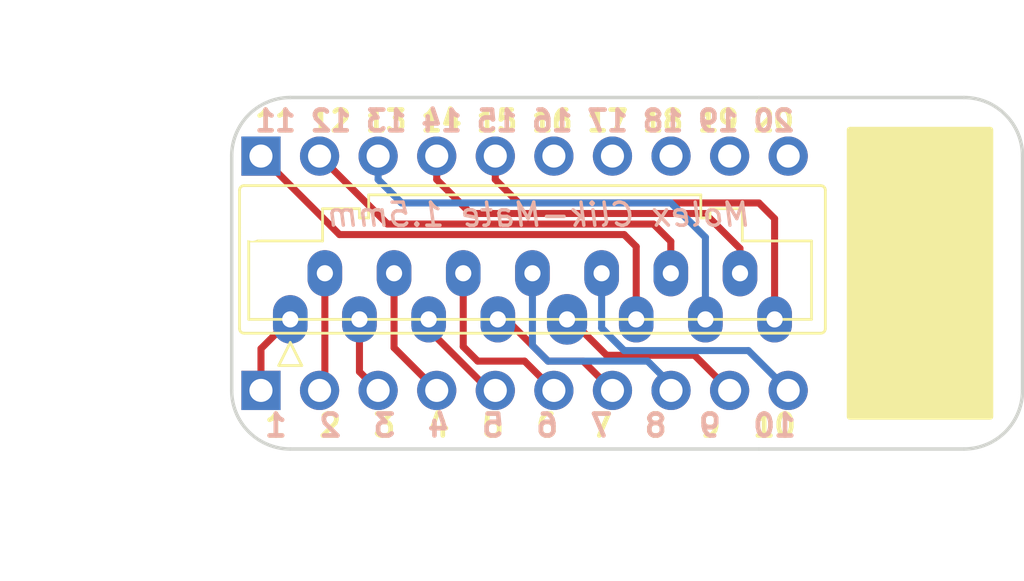
<source format=kicad_pcb>
(kicad_pcb (version 20171130) (host pcbnew "(5.1.12)-1")

  (general
    (thickness 1.6)
    (drawings 21)
    (tracks 55)
    (zones 0)
    (modules 3)
    (nets 21)
  )

  (page A4)
  (layers
    (0 F.Cu signal)
    (31 B.Cu signal)
    (32 B.Adhes user)
    (33 F.Adhes user)
    (34 B.Paste user)
    (35 F.Paste user)
    (36 B.SilkS user)
    (37 F.SilkS user)
    (38 B.Mask user)
    (39 F.Mask user)
    (40 Dwgs.User user)
    (41 Cmts.User user)
    (42 Eco1.User user)
    (43 Eco2.User user)
    (44 Edge.Cuts user)
    (45 Margin user)
    (46 B.CrtYd user)
    (47 F.CrtYd user)
    (48 B.Fab user)
    (49 F.Fab user)
  )

  (setup
    (last_trace_width 0.1524)
    (user_trace_width 0.1524)
    (user_trace_width 0.254)
    (user_trace_width 0.3048)
    (user_trace_width 0.4064)
    (trace_clearance 0.1524)
    (zone_clearance 0.508)
    (zone_45_only no)
    (trace_min 0.1524)
    (via_size 0.6858)
    (via_drill 0.3302)
    (via_min_size 0.508)
    (via_min_drill 0.254)
    (uvia_size 0.3)
    (uvia_drill 0.1)
    (uvias_allowed no)
    (uvia_min_size 0.2)
    (uvia_min_drill 0.1)
    (edge_width 0.15)
    (segment_width 0.1524)
    (pcb_text_width 0.3)
    (pcb_text_size 1.5 1.5)
    (mod_edge_width 0.25)
    (mod_text_size 1 1)
    (mod_text_width 0.15)
    (pad_size 1.524 1.524)
    (pad_drill 0.762)
    (pad_to_mask_clearance 0.0508)
    (solder_mask_min_width 0.1016)
    (aux_axis_origin 0 0)
    (visible_elements 7FFFFFFF)
    (pcbplotparams
      (layerselection 0x00030_80000001)
      (usegerberextensions false)
      (usegerberattributes true)
      (usegerberadvancedattributes true)
      (creategerberjobfile true)
      (excludeedgelayer true)
      (linewidth 0.100000)
      (plotframeref false)
      (viasonmask false)
      (mode 1)
      (useauxorigin false)
      (hpglpennumber 1)
      (hpglpenspeed 20)
      (hpglpendiameter 15.000000)
      (psnegative false)
      (psa4output false)
      (plotreference true)
      (plotvalue true)
      (plotinvisibletext false)
      (padsonsilk false)
      (subtractmaskfromsilk false)
      (outputformat 1)
      (mirror false)
      (drillshape 1)
      (scaleselection 1)
      (outputdirectory ""))
  )

  (net 0 "")
  (net 1 /A0)
  (net 2 /A1)
  (net 3 /A2)
  (net 4 /A3)
  (net 5 /D0)
  (net 6 /D1)
  (net 7 /D2)
  (net 8 /D3)
  (net 9 /D4)
  (net 10 /D5)
  (net 11 /D6)
  (net 12 /D7)
  (net 13 /D8)
  (net 14 /D9)
  (net 15 /D10)
  (net 16 /D13)
  (net 17 /D12)
  (net 18 /D11)
  (net 19 /A4)
  (net 20 /A5)

  (net_class Default "This is the default net class."
    (clearance 0.1524)
    (trace_width 0.1524)
    (via_dia 0.6858)
    (via_drill 0.3302)
    (uvia_dia 0.3)
    (uvia_drill 0.1)
    (add_net /A0)
    (add_net /A1)
    (add_net /A2)
    (add_net /A3)
    (add_net /A4)
    (add_net /A5)
    (add_net /D0)
    (add_net /D1)
    (add_net /D10)
    (add_net /D11)
    (add_net /D12)
    (add_net /D13)
    (add_net /D2)
    (add_net /D3)
    (add_net /D4)
    (add_net /D5)
    (add_net /D6)
    (add_net /D7)
    (add_net /D8)
    (add_net /D9)
  )

  (module footprints:Molex_Clik-Mate_1.5mm (layer F.Cu) (tedit 63487695) (tstamp 6348F626)
    (at 102.87 127.73)
    (descr "Molex KK-254 Interconnect System, old/engineering part number: AE-6410-15A example for new part number: 22-27-2151, 15 Pins (http://www.molex.com/pdm_docs/sd/022272021_sd.pdf), generated with kicad-footprint-generator")
    (tags "connector Molex KK-254 vertical")
    (path /63488ADB)
    (fp_text reference J1 (at 9 -4.12) (layer F.SilkS) hide
      (effects (font (size 1 1) (thickness 0.15)))
    )
    (fp_text value Conn_01x15 (at 9.5 2.5) (layer F.Fab)
      (effects (font (size 1 1) (thickness 0.15)))
    )
    (fp_line (start 0.5 2) (end 0 1) (layer F.SilkS) (width 0.12))
    (fp_line (start -0.5 2) (end 0.5 2) (layer F.SilkS) (width 0.12))
    (fp_line (start 0 1) (end -0.5 2) (layer F.SilkS) (width 0.12))
    (fp_line (start 17.8 -4.4) (end 17.8 -5.4) (layer F.SilkS) (width 0.12))
    (fp_line (start 18.2 -4.4) (end 17.8 -4.4) (layer F.SilkS) (width 0.12))
    (fp_line (start 18.2 -4.8) (end 18.2 -4.4) (layer F.SilkS) (width 0.12))
    (fp_line (start 19.6 -4.8) (end 18.2 -4.8) (layer F.SilkS) (width 0.12))
    (fp_line (start 19.6 -3.4) (end 19.6 -4.8) (layer F.SilkS) (width 0.12))
    (fp_line (start 22.6 -3.4) (end 19.6 -3.4) (layer F.SilkS) (width 0.12))
    (fp_line (start 22.6 0) (end 22.6 -3.4) (layer F.SilkS) (width 0.12))
    (fp_line (start -1.8 0) (end 22.6 0) (layer F.SilkS) (width 0.12))
    (fp_line (start 3.4 -5.4) (end 17.8 -5.4) (layer F.SilkS) (width 0.12))
    (fp_line (start 3.4 -4.4) (end 3.4 -5.4) (layer F.SilkS) (width 0.12))
    (fp_line (start 3.2 -4.4) (end 3.4 -4.4) (layer F.SilkS) (width 0.12))
    (fp_line (start 3 -4.4) (end 3.2 -4.4) (layer F.SilkS) (width 0.12))
    (fp_line (start 3 -4.8) (end 3 -4.4) (layer F.SilkS) (width 0.12))
    (fp_line (start 1.4 -4.8) (end 3 -4.8) (layer F.SilkS) (width 0.12))
    (fp_line (start 1.4 -3.4) (end 1.4 -4.8) (layer F.SilkS) (width 0.12))
    (fp_line (start -1.8 -3.4) (end 1.4 -3.4) (layer F.SilkS) (width 0.12))
    (fp_line (start -1.8 0) (end -1.8 -3.4) (layer F.SilkS) (width 0.12))
    (fp_line (start 23 -5.8) (end -2 -5.8) (layer F.SilkS) (width 0.12))
    (fp_line (start 23.2 0.4) (end 23.2 -5.6) (layer F.SilkS) (width 0.12))
    (fp_line (start -2 0.6) (end 23 0.6) (layer F.SilkS) (width 0.12))
    (fp_line (start -2.2 0.4) (end -2.2 -5.6) (layer F.SilkS) (width 0.12))
    (fp_line (start -2.2 -5.8) (end 23.2 -5.8) (layer Dwgs.User) (width 0.12))
    (fp_arc (start -2 -5.6) (end -2 -5.8) (angle -90) (layer F.SilkS) (width 0.12))
    (fp_arc (start 23 -5.6) (end 23.2 -5.6) (angle -90) (layer F.SilkS) (width 0.12))
    (fp_arc (start 23 0.4) (end 23 0.6) (angle -90) (layer F.SilkS) (width 0.12))
    (fp_arc (start -2 0.4) (end -2.2 0.4) (angle -90) (layer F.SilkS) (width 0.12))
    (fp_text user %R (at 9 -4) (layer F.Fab)
      (effects (font (size 1 1) (thickness 0.15)))
    )
    (pad "" np_thru_hole circle (at -1.65 -3.8) (size 0.8 0.8) (drill 0.8) (layers *.Cu *.Mask))
    (pad 15 thru_hole oval (at 21 0) (size 1.5 2) (drill 0.7) (layers *.Cu *.Mask)
      (net 2 /A1))
    (pad 14 thru_hole oval (at 19.5 -2) (size 1.5 2) (drill 0.7) (layers *.Cu *.Mask)
      (net 3 /A2))
    (pad 13 thru_hole oval (at 18 0) (size 1.5 2) (drill 0.7) (layers *.Cu *.Mask)
      (net 4 /A3))
    (pad 12 thru_hole oval (at 16.5 -2) (size 1.5 2) (drill 0.7) (layers *.Cu *.Mask)
      (net 19 /A4))
    (pad 11 thru_hole oval (at 15 0) (size 1.5 2) (drill 0.7) (layers *.Cu *.Mask)
      (net 20 /A5))
    (pad 10 thru_hole oval (at 13.5 -2) (size 1.5 2) (drill 0.7) (layers *.Cu *.Mask)
      (net 14 /D9))
    (pad 9 thru_hole oval (at 12 0) (size 1.74 2.19) (drill 0.7) (layers *.Cu *.Mask)
      (net 13 /D8))
    (pad 8 thru_hole oval (at 10.5 -2) (size 1.5 2) (drill 0.7) (layers *.Cu *.Mask)
      (net 12 /D7))
    (pad 7 thru_hole oval (at 9 0) (size 1.5 2) (drill 0.7) (layers *.Cu *.Mask)
      (net 11 /D6))
    (pad 6 thru_hole oval (at 7.5 -2) (size 1.5 2) (drill 0.7) (layers *.Cu *.Mask)
      (net 10 /D5))
    (pad 5 thru_hole oval (at 6 0) (size 1.5 2) (drill 0.7) (layers *.Cu *.Mask)
      (net 9 /D4))
    (pad 4 thru_hole oval (at 4.5 -2) (size 1.5 2) (drill 0.7) (layers *.Cu *.Mask)
      (net 8 /D3))
    (pad 3 thru_hole oval (at 3 0) (size 1.5 2) (drill 0.7) (layers *.Cu *.Mask)
      (net 7 /D2))
    (pad 2 thru_hole oval (at 1.5 -2) (size 1.5 2) (drill 0.7) (layers *.Cu *.Mask)
      (net 6 /D1))
    (pad 1 thru_hole oval (at 0 0) (size 1.5 2.1) (drill 0.7) (layers *.Cu *.Mask)
      (net 5 /D0))
    (model ${KISYS3DMOD}/Connector_Molex.3dshapes/Molex_KK-254_AE-6410-15A_1x15_P2.54mm_Vertical.wrl
      (at (xyz 0 0 0))
      (scale (xyz 1 1 1))
      (rotate (xyz 0 0 0))
    )
  )

  (module Connector_PinHeader_2.54mm:PinHeader_1x10_P2.54mm_Vertical (layer F.Cu) (tedit 63331346) (tstamp 6332231A)
    (at 101.6 120.65 90)
    (descr "Through hole straight pin header, 1x10, 2.54mm pitch, single row")
    (tags "Through hole pin header THT 1x10 2.54mm single row")
    (path /6333E140)
    (fp_text reference J3 (at 0 -2.33 90) (layer F.SilkS) hide
      (effects (font (size 1 1) (thickness 0.15)))
    )
    (fp_text value Conn_01x10_Male (at 0 25.19 90) (layer F.Fab)
      (effects (font (size 1 1) (thickness 0.15)))
    )
    (fp_line (start 1.8 -1.8) (end -1.8 -1.8) (layer F.CrtYd) (width 0.05))
    (fp_line (start 1.8 24.65) (end 1.8 -1.8) (layer F.CrtYd) (width 0.05))
    (fp_line (start -1.8 24.65) (end 1.8 24.65) (layer F.CrtYd) (width 0.05))
    (fp_line (start -1.8 -1.8) (end -1.8 24.65) (layer F.CrtYd) (width 0.05))
    (fp_line (start -1.27 -0.635) (end -0.635 -1.27) (layer F.Fab) (width 0.1))
    (fp_line (start -1.27 24.13) (end -1.27 -0.635) (layer F.Fab) (width 0.1))
    (fp_line (start 1.27 24.13) (end -1.27 24.13) (layer F.Fab) (width 0.1))
    (fp_line (start 1.27 -1.27) (end 1.27 24.13) (layer F.Fab) (width 0.1))
    (fp_line (start -0.635 -1.27) (end 1.27 -1.27) (layer F.Fab) (width 0.1))
    (fp_text user %R (at 0 11.43 180) (layer F.Fab)
      (effects (font (size 1 1) (thickness 0.15)))
    )
    (pad 1 thru_hole rect (at 0 0 90) (size 1.7 1.7) (drill 1) (layers *.Cu *.Mask)
      (net 20 /A5))
    (pad 2 thru_hole oval (at 0 2.54 90) (size 1.7 1.7) (drill 1) (layers *.Cu *.Mask)
      (net 19 /A4))
    (pad 3 thru_hole oval (at 0 5.08 90) (size 1.7 1.7) (drill 1) (layers *.Cu *.Mask)
      (net 4 /A3))
    (pad 4 thru_hole oval (at 0 7.62 90) (size 1.7 1.7) (drill 1) (layers *.Cu *.Mask)
      (net 3 /A2))
    (pad 5 thru_hole oval (at 0 10.16 90) (size 1.7 1.7) (drill 1) (layers *.Cu *.Mask)
      (net 2 /A1))
    (pad 6 thru_hole oval (at 0 12.7 90) (size 1.7 1.7) (drill 1) (layers *.Cu *.Mask)
      (net 1 /A0))
    (pad 7 thru_hole oval (at 0 15.24 90) (size 1.7 1.7) (drill 1) (layers *.Cu *.Mask)
      (net 15 /D10))
    (pad 8 thru_hole oval (at 0 17.78 90) (size 1.7 1.7) (drill 1) (layers *.Cu *.Mask)
      (net 18 /D11))
    (pad 9 thru_hole oval (at 0 20.32 90) (size 1.7 1.7) (drill 1) (layers *.Cu *.Mask)
      (net 17 /D12))
    (pad 10 thru_hole oval (at 0 22.86 90) (size 1.7 1.7) (drill 1) (layers *.Cu *.Mask)
      (net 16 /D13))
    (model ${KISYS3DMOD}/Connector_PinHeader_2.54mm.3dshapes/PinHeader_1x10_P2.54mm_Vertical.wrl
      (at (xyz 0 0 0))
      (scale (xyz 1 1 1))
      (rotate (xyz 0 0 0))
    )
  )

  (module Connector_PinHeader_2.54mm:PinHeader_1x10_P2.54mm_Vertical (layer F.Cu) (tedit 63331326) (tstamp 63334017)
    (at 101.6 130.81 90)
    (descr "Through hole straight pin header, 1x10, 2.54mm pitch, single row")
    (tags "Through hole pin header THT 1x10 2.54mm single row")
    (path /6333F148)
    (fp_text reference J4 (at 0 -2.33 90) (layer F.SilkS) hide
      (effects (font (size 1 1) (thickness 0.15)))
    )
    (fp_text value Conn_01x10_Male (at 0 25.19 90) (layer F.Fab)
      (effects (font (size 1 1) (thickness 0.15)))
    )
    (fp_line (start -0.635 -1.27) (end 1.27 -1.27) (layer F.Fab) (width 0.1))
    (fp_line (start 1.27 -1.27) (end 1.27 24.13) (layer F.Fab) (width 0.1))
    (fp_line (start 1.27 24.13) (end -1.27 24.13) (layer F.Fab) (width 0.1))
    (fp_line (start -1.27 24.13) (end -1.27 -0.635) (layer F.Fab) (width 0.1))
    (fp_line (start -1.27 -0.635) (end -0.635 -1.27) (layer F.Fab) (width 0.1))
    (fp_line (start -1.8 -1.8) (end -1.8 24.65) (layer F.CrtYd) (width 0.05))
    (fp_line (start -1.8 24.65) (end 1.8 24.65) (layer F.CrtYd) (width 0.05))
    (fp_line (start 1.8 24.65) (end 1.8 -1.8) (layer F.CrtYd) (width 0.05))
    (fp_line (start 1.8 -1.8) (end -1.8 -1.8) (layer F.CrtYd) (width 0.05))
    (fp_text user %R (at 0 11.43 180) (layer F.Fab)
      (effects (font (size 1 1) (thickness 0.15)))
    )
    (pad 10 thru_hole oval (at 0 22.86 90) (size 1.7 1.7) (drill 1) (layers *.Cu *.Mask)
      (net 14 /D9))
    (pad 9 thru_hole oval (at 0 20.32 90) (size 1.7 1.7) (drill 1) (layers *.Cu *.Mask)
      (net 13 /D8))
    (pad 8 thru_hole oval (at 0 17.78 90) (size 1.7 1.7) (drill 1) (layers *.Cu *.Mask)
      (net 12 /D7))
    (pad 7 thru_hole oval (at 0 15.24 90) (size 1.7 1.7) (drill 1) (layers *.Cu *.Mask)
      (net 11 /D6))
    (pad 6 thru_hole oval (at 0 12.7 90) (size 1.7 1.7) (drill 1) (layers *.Cu *.Mask)
      (net 10 /D5))
    (pad 5 thru_hole oval (at 0 10.16 90) (size 1.7 1.7) (drill 1) (layers *.Cu *.Mask)
      (net 9 /D4))
    (pad 4 thru_hole oval (at 0 7.62 90) (size 1.7 1.7) (drill 1) (layers *.Cu *.Mask)
      (net 8 /D3))
    (pad 3 thru_hole oval (at 0 5.08 90) (size 1.7 1.7) (drill 1) (layers *.Cu *.Mask)
      (net 7 /D2))
    (pad 2 thru_hole oval (at 0 2.54 90) (size 1.7 1.7) (drill 1) (layers *.Cu *.Mask)
      (net 6 /D1))
    (pad 1 thru_hole rect (at 0 0 90) (size 1.7 1.7) (drill 1) (layers *.Cu *.Mask)
      (net 5 /D0))
    (model ${KISYS3DMOD}/Connector_PinHeader_2.54mm.3dshapes/PinHeader_1x10_P2.54mm_Vertical.wrl
      (at (xyz 0 0 0))
      (scale (xyz 1 1 1))
      (rotate (xyz 0 0 0))
    )
  )

  (dimension 8.89 (width 0.15) (layer Dwgs.User)
    (gr_text "8.890 mm" (at 130.175 116.81) (layer Dwgs.User)
      (effects (font (size 1 1) (thickness 0.15)))
    )
    (feature1 (pts (xy 134.62 120.65) (xy 134.62 117.523579)))
    (feature2 (pts (xy 125.73 120.65) (xy 125.73 117.523579)))
    (crossbar (pts (xy 125.73 118.11) (xy 134.62 118.11)))
    (arrow1a (pts (xy 134.62 118.11) (xy 133.493496 118.696421)))
    (arrow1b (pts (xy 134.62 118.11) (xy 133.493496 117.523579)))
    (arrow2a (pts (xy 125.73 118.11) (xy 126.856504 118.696421)))
    (arrow2b (pts (xy 125.73 118.11) (xy 126.856504 117.523579)))
  )
  (dimension 25.4 (width 0.15) (layer Dwgs.User)
    (gr_text "1.0000 in" (at 113.03 139.73) (layer Dwgs.User)
      (effects (font (size 1 1) (thickness 0.15)))
    )
    (feature1 (pts (xy 125.73 130.81) (xy 125.73 139.016421)))
    (feature2 (pts (xy 100.33 130.81) (xy 100.33 139.016421)))
    (crossbar (pts (xy 100.33 138.43) (xy 125.73 138.43)))
    (arrow1a (pts (xy 125.73 138.43) (xy 124.603496 139.016421)))
    (arrow1b (pts (xy 125.73 138.43) (xy 124.603496 137.843579)))
    (arrow2a (pts (xy 100.33 138.43) (xy 101.456504 139.016421)))
    (arrow2b (pts (xy 100.33 138.43) (xy 101.456504 137.843579)))
  )
  (gr_line (start 132.08 118.11) (end 123.19 118.11) (layer Edge.Cuts) (width 0.15) (tstamp 636523F3))
  (gr_line (start 134.62 130.81) (end 134.62 120.65) (layer Edge.Cuts) (width 0.15) (tstamp 636523EF))
  (gr_line (start 123.19 133.35) (end 132.08 133.35) (layer Edge.Cuts) (width 0.15) (tstamp 636523EC))
  (gr_text "20 19 18 17 16 15 14 13 12 11" (at 113.03 119.126) (layer B.SilkS)
    (effects (font (size 0.9 0.9) (thickness 0.2)) (justify mirror))
  )
  (gr_text "10  9  8  7  6  5  4  3  2  1" (at 113.284 132.334) (layer B.SilkS)
    (effects (font (size 0.95 0.95) (thickness 0.2)) (justify mirror))
  )
  (dimension 10.16 (width 0.15) (layer Dwgs.User)
    (gr_text "0.4000 in" (at 130.84 125.73 270) (layer Dwgs.User)
      (effects (font (size 1 1) (thickness 0.15)))
    )
    (feature1 (pts (xy 124.46 130.81) (xy 130.126421 130.81)))
    (feature2 (pts (xy 124.46 120.65) (xy 130.126421 120.65)))
    (crossbar (pts (xy 129.54 120.65) (xy 129.54 130.81)))
    (arrow1a (pts (xy 129.54 130.81) (xy 128.953579 129.683496)))
    (arrow1b (pts (xy 129.54 130.81) (xy 130.126421 129.683496)))
    (arrow2a (pts (xy 129.54 120.65) (xy 128.953579 121.776504)))
    (arrow2b (pts (xy 129.54 120.65) (xy 130.126421 121.776504)))
  )
  (dimension 15.24 (width 0.15) (layer Dwgs.User)
    (gr_text "0.6000 in" (at 93.95 125.73 90) (layer Dwgs.User)
      (effects (font (size 1 1) (thickness 0.15)))
    )
    (feature1 (pts (xy 102.87 118.11) (xy 94.663579 118.11)))
    (feature2 (pts (xy 102.87 133.35) (xy 94.663579 133.35)))
    (crossbar (pts (xy 95.25 133.35) (xy 95.25 118.11)))
    (arrow1a (pts (xy 95.25 118.11) (xy 95.836421 119.236504)))
    (arrow1b (pts (xy 95.25 118.11) (xy 94.663579 119.236504)))
    (arrow2a (pts (xy 95.25 133.35) (xy 95.836421 132.223496)))
    (arrow2b (pts (xy 95.25 133.35) (xy 94.663579 132.223496)))
  )
  (gr_line (start 100.33 120.65) (end 100.33 130.81) (layer Edge.Cuts) (width 0.15) (tstamp 63334D48))
  (gr_line (start 123.19 118.11) (end 102.87 118.11) (layer Edge.Cuts) (width 0.15) (tstamp 63334D47))
  (gr_line (start 102.87 133.35) (end 123.19 133.35) (layer Edge.Cuts) (width 0.15) (tstamp 63334D45))
  (gr_text "Molex Clik-Mate 1.5mm" (at 113.665 123.19) (layer B.SilkS)
    (effects (font (size 1 1) (thickness 0.15) italic) (justify mirror))
  )
  (gr_text "11 12 13 14 15 16 17 18 19 20" (at 113.03 119.126) (layer F.SilkS) (tstamp 63334871)
    (effects (font (size 0.9 0.9) (thickness 0.2)))
  )
  (gr_text "1  2  3  4  5  6  7  8  9  10" (at 113.284 132.334) (layer F.SilkS) (tstamp 63335405)
    (effects (font (size 0.95 0.95) (thickness 0.2)))
  )
  (gr_line (start 128.27 125.73) (end 97.79 125.73) (layer Dwgs.User) (width 0.15) (tstamp 6348FBDE))
  (gr_line (start 113.03 115.57) (end 113.03 137.16) (layer Dwgs.User) (width 0.15))
  (gr_arc (start 102.87 130.81) (end 100.33 130.81) (angle -90) (layer Edge.Cuts) (width 0.15))
  (gr_arc (start 132.08 130.81) (end 132.08 133.35) (angle -90) (layer Edge.Cuts) (width 0.15))
  (gr_arc (start 132.08 120.65) (end 134.62 120.65) (angle -90) (layer Edge.Cuts) (width 0.15))
  (gr_arc (start 102.87 120.65) (end 102.87 118.11) (angle -90) (layer Edge.Cuts) (width 0.15))

  (segment (start 123.87 127.73) (end 123.87 123.362) (width 0.3048) (layer F.Cu) (net 2))
  (segment (start 123.87 123.362) (end 123.19 122.682) (width 0.3048) (layer F.Cu) (net 2))
  (segment (start 123.19 122.682) (end 112.776 122.682) (width 0.3048) (layer F.Cu) (net 2))
  (segment (start 111.76 121.666) (end 111.76 120.65) (width 0.3048) (layer F.Cu) (net 2))
  (segment (start 112.776 122.682) (end 111.76 121.666) (width 0.3048) (layer F.Cu) (net 2))
  (segment (start 122.37 125.73) (end 122.37 124.656) (width 0.3048) (layer F.Cu) (net 3))
  (segment (start 120.85321 123.13921) (end 110.69321 123.13921) (width 0.3048) (layer F.Cu) (net 3))
  (segment (start 122.37 124.656) (end 120.85321 123.13921) (width 0.3048) (layer F.Cu) (net 3))
  (segment (start 109.22 121.666) (end 109.22 120.65) (width 0.3048) (layer F.Cu) (net 3))
  (segment (start 110.69321 123.13921) (end 109.22 121.666) (width 0.3048) (layer F.Cu) (net 3))
  (segment (start 120.87 127.73) (end 120.87 124.172) (width 0.3048) (layer B.Cu) (net 4))
  (segment (start 120.87 124.172) (end 119.38 122.682) (width 0.3048) (layer B.Cu) (net 4))
  (segment (start 119.38 122.682) (end 107.696 122.682) (width 0.3048) (layer B.Cu) (net 4))
  (segment (start 106.68 121.666) (end 106.68 120.65) (width 0.3048) (layer B.Cu) (net 4))
  (segment (start 107.696 122.682) (end 106.68 121.666) (width 0.3048) (layer B.Cu) (net 4))
  (segment (start 101.6 129) (end 102.87 127.73) (width 0.3048) (layer F.Cu) (net 5))
  (segment (start 101.6 130.81) (end 101.6 129) (width 0.3048) (layer F.Cu) (net 5))
  (segment (start 104.37 130.58) (end 104.14 130.81) (width 0.3048) (layer F.Cu) (net 6))
  (segment (start 104.37 125.73) (end 104.37 130.58) (width 0.3048) (layer F.Cu) (net 6))
  (segment (start 105.87 130) (end 106.68 130.81) (width 0.3048) (layer F.Cu) (net 7))
  (segment (start 105.87 127.73) (end 105.87 130) (width 0.3048) (layer F.Cu) (net 7))
  (segment (start 107.37 125.73) (end 107.37 128.96) (width 0.3048) (layer F.Cu) (net 8))
  (segment (start 107.37 128.96) (end 109.22 130.81) (width 0.3048) (layer F.Cu) (net 8))
  (segment (start 108.87 127.73) (end 108.87 128.174) (width 0.3048) (layer F.Cu) (net 9))
  (segment (start 111.506 130.81) (end 111.76 130.81) (width 0.3048) (layer F.Cu) (net 9))
  (segment (start 108.87 128.174) (end 111.506 130.81) (width 0.3048) (layer F.Cu) (net 9))
  (segment (start 114.3 130.81) (end 113.03 129.54) (width 0.3048) (layer F.Cu) (net 10))
  (segment (start 113.03 129.54) (end 110.998 129.54) (width 0.3048) (layer F.Cu) (net 10))
  (segment (start 110.37 128.912) (end 110.37 125.73) (width 0.3048) (layer F.Cu) (net 10))
  (segment (start 110.998 129.54) (end 110.37 128.912) (width 0.3048) (layer F.Cu) (net 10))
  (segment (start 116.84 130.81) (end 115.57 129.54) (width 0.3048) (layer F.Cu) (net 11))
  (segment (start 115.57 129.54) (end 114.046 129.54) (width 0.3048) (layer F.Cu) (net 11))
  (segment (start 112.236 127.73) (end 111.87 127.73) (width 0.3048) (layer F.Cu) (net 11))
  (segment (start 114.046 129.54) (end 112.236 127.73) (width 0.3048) (layer F.Cu) (net 11))
  (segment (start 113.37 125.73) (end 113.37 128.864) (width 0.3048) (layer B.Cu) (net 12))
  (segment (start 113.37 128.864) (end 114.046 129.54) (width 0.3048) (layer B.Cu) (net 12))
  (segment (start 114.046 129.54) (end 118.364 129.54) (width 0.3048) (layer B.Cu) (net 12))
  (segment (start 119.38 130.556) (end 119.38 130.81) (width 0.3048) (layer B.Cu) (net 12))
  (segment (start 118.364 129.54) (end 119.38 130.556) (width 0.3048) (layer B.Cu) (net 12))
  (segment (start 114.87 127.73) (end 115.03 127.73) (width 0.3048) (layer F.Cu) (net 13))
  (segment (start 115.03 127.73) (end 116.586 129.286) (width 0.3048) (layer F.Cu) (net 13))
  (segment (start 120.396 129.286) (end 121.92 130.81) (width 0.3048) (layer F.Cu) (net 13))
  (segment (start 116.586 129.286) (end 120.396 129.286) (width 0.3048) (layer F.Cu) (net 13))
  (segment (start 122.73279 129.08279) (end 124.46 130.81) (width 0.3048) (layer B.Cu) (net 14))
  (segment (start 117.348 129.08279) (end 122.73279 129.08279) (width 0.3048) (layer B.Cu) (net 14))
  (segment (start 116.37 128.10479) (end 117.348 129.08279) (width 0.3048) (layer B.Cu) (net 14))
  (segment (start 116.37 125.73) (end 116.37 128.10479) (width 0.3048) (layer B.Cu) (net 14))
  (segment (start 107.08642 123.59642) (end 104.14 120.65) (width 0.3048) (layer F.Cu) (net 19))
  (segment (start 118.618 123.59642) (end 107.08642 123.59642) (width 0.3048) (layer F.Cu) (net 19))
  (segment (start 119.37 124.34842) (end 118.618 123.59642) (width 0.3048) (layer F.Cu) (net 19))
  (segment (start 119.37 125.73) (end 119.37 124.34842) (width 0.3048) (layer F.Cu) (net 19))
  (segment (start 117.87 127.73) (end 117.87 124.57563) (width 0.3048) (layer F.Cu) (net 20))
  (segment (start 105.00363 124.05363) (end 101.6 120.65) (width 0.3048) (layer F.Cu) (net 20))
  (segment (start 117.348 124.05363) (end 105.00363 124.05363) (width 0.3048) (layer F.Cu) (net 20))
  (segment (start 117.87 124.57563) (end 117.348 124.05363) (width 0.3048) (layer F.Cu) (net 20))

  (zone (net 0) (net_name "") (layer F.SilkS) (tstamp 0) (hatch edge 0.508)
    (connect_pads (clearance 0.508))
    (min_thickness 0.254)
    (fill yes (arc_segments 32) (thermal_gap 0.508) (thermal_bridge_width 0.508))
    (polygon
      (pts
        (xy 133.35 132.08) (xy 127 132.08) (xy 127 119.38) (xy 133.35 119.38)
      )
    )
    (filled_polygon
      (pts
        (xy 133.223 131.953) (xy 127.127 131.953) (xy 127.127 119.507) (xy 133.223 119.507)
      )
    )
  )
)

</source>
